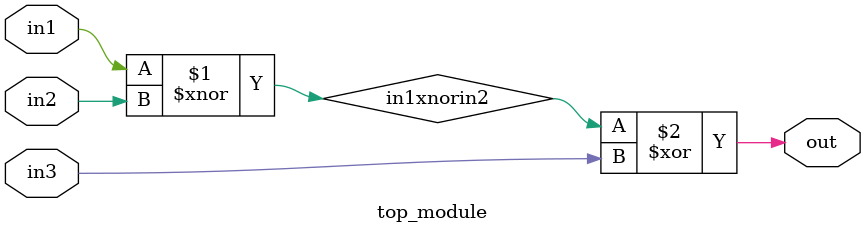
<source format=sv>
module top_module(
  input in1,
  input in2,
  input in3,
  output out
);
  wire in1xnorin2;
  assign in1xnorin2 = in1 ~^ in2;
  assign out = in1xnorin2 ^ in3;
endmodule

</source>
